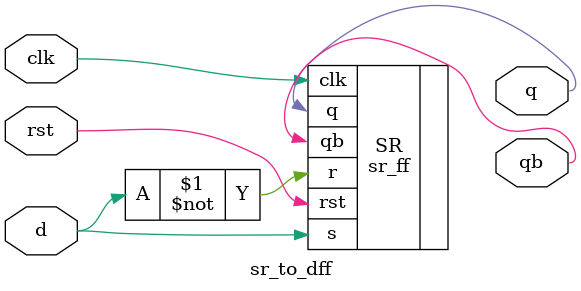
<source format=v>
module sr_to_dff(clk,rst,d,q,qb);

	input clk,rst;
	input d;
	output q;
	output qb;
	sr_ff SR(.clk(clk),.rst(rst),.s(d),.r(~d),.q(q),.qb(qb));
	
endmodule	

</source>
